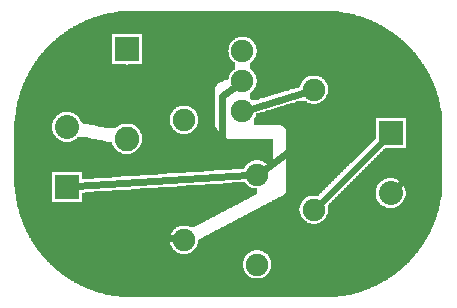
<source format=gtl>
G04 MADE WITH FRITZING*
G04 WWW.FRITZING.ORG*
G04 DOUBLE SIDED*
G04 HOLES PLATED*
G04 CONTOUR ON CENTER OF CONTOUR VECTOR*
%ASAXBY*%
%FSLAX23Y23*%
%MOIN*%
%OFA0B0*%
%SFA1.0B1.0*%
%ADD10C,0.075000*%
%ADD11C,0.082000*%
%ADD12C,0.080000*%
%ADD13R,0.082000X0.082000*%
%ADD14R,0.079986X0.080000*%
%ADD15C,0.024000*%
%LNCOPPER1*%
G90*
G70*
G54D10*
X884Y922D03*
X605Y232D03*
X605Y632D03*
G54D11*
X414Y868D03*
X414Y570D03*
G54D10*
X1038Y333D03*
X1038Y733D03*
X800Y862D03*
X800Y762D03*
X800Y662D03*
G54D12*
X1294Y588D03*
X1294Y388D03*
X215Y409D03*
X215Y609D03*
G54D10*
X849Y450D03*
X849Y150D03*
G54D13*
X414Y869D03*
G54D14*
X1294Y588D03*
X215Y409D03*
G54D15*
X828Y670D02*
X1011Y725D01*
D02*
X1272Y566D02*
X1058Y353D01*
D02*
X1316Y410D02*
X1356Y448D01*
X1356Y448D02*
X1356Y664D01*
X1356Y664D02*
X1140Y664D01*
X1140Y664D02*
X872Y467D01*
D02*
X246Y411D02*
X820Y448D01*
D02*
X777Y745D02*
X732Y712D01*
X732Y712D02*
X732Y496D01*
X732Y496D02*
X108Y494D01*
D02*
X108Y494D02*
X110Y316D01*
D02*
X110Y316D02*
X577Y237D01*
G36*
X408Y996D02*
X408Y994D01*
X386Y994D01*
X386Y992D01*
X372Y992D01*
X372Y990D01*
X360Y990D01*
X360Y988D01*
X350Y988D01*
X350Y986D01*
X342Y986D01*
X342Y984D01*
X334Y984D01*
X334Y982D01*
X326Y982D01*
X326Y980D01*
X320Y980D01*
X320Y978D01*
X314Y978D01*
X314Y976D01*
X308Y976D01*
X308Y974D01*
X302Y974D01*
X302Y972D01*
X296Y972D01*
X296Y970D01*
X290Y970D01*
X290Y968D01*
X286Y968D01*
X286Y966D01*
X280Y966D01*
X280Y964D01*
X276Y964D01*
X276Y962D01*
X272Y962D01*
X272Y960D01*
X268Y960D01*
X268Y958D01*
X264Y958D01*
X264Y956D01*
X260Y956D01*
X260Y954D01*
X256Y954D01*
X256Y952D01*
X252Y952D01*
X252Y950D01*
X248Y950D01*
X248Y948D01*
X244Y948D01*
X244Y946D01*
X240Y946D01*
X240Y944D01*
X236Y944D01*
X236Y942D01*
X234Y942D01*
X234Y940D01*
X230Y940D01*
X230Y938D01*
X226Y938D01*
X226Y936D01*
X224Y936D01*
X224Y934D01*
X220Y934D01*
X220Y932D01*
X218Y932D01*
X218Y930D01*
X214Y930D01*
X214Y928D01*
X212Y928D01*
X212Y926D01*
X208Y926D01*
X208Y924D01*
X206Y924D01*
X206Y922D01*
X204Y922D01*
X204Y920D01*
X466Y920D01*
X466Y910D01*
X806Y910D01*
X806Y908D01*
X814Y908D01*
X814Y906D01*
X820Y906D01*
X820Y904D01*
X824Y904D01*
X824Y902D01*
X828Y902D01*
X828Y900D01*
X830Y900D01*
X830Y898D01*
X832Y898D01*
X832Y896D01*
X834Y896D01*
X834Y894D01*
X836Y894D01*
X836Y892D01*
X838Y892D01*
X838Y890D01*
X840Y890D01*
X840Y886D01*
X842Y886D01*
X842Y882D01*
X844Y882D01*
X844Y878D01*
X846Y878D01*
X846Y870D01*
X848Y870D01*
X848Y854D01*
X846Y854D01*
X846Y846D01*
X844Y846D01*
X844Y842D01*
X842Y842D01*
X842Y838D01*
X840Y838D01*
X840Y834D01*
X838Y834D01*
X838Y832D01*
X836Y832D01*
X836Y830D01*
X834Y830D01*
X834Y828D01*
X832Y828D01*
X832Y826D01*
X830Y826D01*
X830Y824D01*
X828Y824D01*
X828Y822D01*
X824Y822D01*
X824Y802D01*
X828Y802D01*
X828Y800D01*
X830Y800D01*
X830Y798D01*
X832Y798D01*
X832Y796D01*
X834Y796D01*
X834Y794D01*
X836Y794D01*
X836Y792D01*
X838Y792D01*
X838Y790D01*
X840Y790D01*
X840Y786D01*
X842Y786D01*
X842Y782D01*
X844Y782D01*
X844Y780D01*
X1050Y780D01*
X1050Y778D01*
X1056Y778D01*
X1056Y776D01*
X1060Y776D01*
X1060Y774D01*
X1064Y774D01*
X1064Y772D01*
X1066Y772D01*
X1066Y770D01*
X1070Y770D01*
X1070Y768D01*
X1072Y768D01*
X1072Y766D01*
X1074Y766D01*
X1074Y762D01*
X1076Y762D01*
X1076Y760D01*
X1078Y760D01*
X1078Y756D01*
X1080Y756D01*
X1080Y754D01*
X1082Y754D01*
X1082Y748D01*
X1084Y748D01*
X1084Y740D01*
X1086Y740D01*
X1086Y726D01*
X1084Y726D01*
X1084Y718D01*
X1082Y718D01*
X1082Y714D01*
X1080Y714D01*
X1080Y710D01*
X1078Y710D01*
X1078Y706D01*
X1076Y706D01*
X1076Y704D01*
X1074Y704D01*
X1074Y702D01*
X1072Y702D01*
X1072Y700D01*
X1070Y700D01*
X1070Y698D01*
X1068Y698D01*
X1068Y696D01*
X1066Y696D01*
X1066Y694D01*
X1062Y694D01*
X1062Y692D01*
X1060Y692D01*
X1060Y690D01*
X1054Y690D01*
X1054Y688D01*
X1048Y688D01*
X1048Y686D01*
X1458Y686D01*
X1458Y692D01*
X1456Y692D01*
X1456Y700D01*
X1454Y700D01*
X1454Y708D01*
X1452Y708D01*
X1452Y714D01*
X1450Y714D01*
X1450Y722D01*
X1448Y722D01*
X1448Y728D01*
X1446Y728D01*
X1446Y732D01*
X1444Y732D01*
X1444Y738D01*
X1442Y738D01*
X1442Y744D01*
X1440Y744D01*
X1440Y748D01*
X1438Y748D01*
X1438Y754D01*
X1436Y754D01*
X1436Y758D01*
X1434Y758D01*
X1434Y762D01*
X1432Y762D01*
X1432Y768D01*
X1430Y768D01*
X1430Y772D01*
X1428Y772D01*
X1428Y776D01*
X1426Y776D01*
X1426Y780D01*
X1424Y780D01*
X1424Y784D01*
X1422Y784D01*
X1422Y788D01*
X1420Y788D01*
X1420Y792D01*
X1418Y792D01*
X1418Y794D01*
X1416Y794D01*
X1416Y798D01*
X1414Y798D01*
X1414Y802D01*
X1412Y802D01*
X1412Y806D01*
X1410Y806D01*
X1410Y808D01*
X1408Y808D01*
X1408Y812D01*
X1406Y812D01*
X1406Y814D01*
X1404Y814D01*
X1404Y818D01*
X1402Y818D01*
X1402Y820D01*
X1400Y820D01*
X1400Y824D01*
X1398Y824D01*
X1398Y826D01*
X1396Y826D01*
X1396Y830D01*
X1394Y830D01*
X1394Y832D01*
X1392Y832D01*
X1392Y836D01*
X1390Y836D01*
X1390Y838D01*
X1388Y838D01*
X1388Y840D01*
X1386Y840D01*
X1386Y842D01*
X1384Y842D01*
X1384Y846D01*
X1382Y846D01*
X1382Y848D01*
X1380Y848D01*
X1380Y850D01*
X1378Y850D01*
X1378Y854D01*
X1376Y854D01*
X1376Y856D01*
X1374Y856D01*
X1374Y858D01*
X1372Y858D01*
X1372Y860D01*
X1370Y860D01*
X1370Y862D01*
X1368Y862D01*
X1368Y864D01*
X1366Y864D01*
X1366Y866D01*
X1364Y866D01*
X1364Y870D01*
X1362Y870D01*
X1362Y872D01*
X1360Y872D01*
X1360Y874D01*
X1358Y874D01*
X1358Y876D01*
X1356Y876D01*
X1356Y878D01*
X1354Y878D01*
X1354Y880D01*
X1352Y880D01*
X1352Y882D01*
X1350Y882D01*
X1350Y884D01*
X1348Y884D01*
X1348Y886D01*
X1346Y886D01*
X1346Y888D01*
X1344Y888D01*
X1344Y890D01*
X1342Y890D01*
X1342Y892D01*
X1340Y892D01*
X1340Y894D01*
X1336Y894D01*
X1336Y896D01*
X1334Y896D01*
X1334Y898D01*
X1332Y898D01*
X1332Y900D01*
X1330Y900D01*
X1330Y902D01*
X1328Y902D01*
X1328Y904D01*
X1326Y904D01*
X1326Y906D01*
X1322Y906D01*
X1322Y908D01*
X1320Y908D01*
X1320Y910D01*
X1318Y910D01*
X1318Y912D01*
X1316Y912D01*
X1316Y914D01*
X1312Y914D01*
X1312Y916D01*
X1310Y916D01*
X1310Y918D01*
X1308Y918D01*
X1308Y920D01*
X1304Y920D01*
X1304Y922D01*
X1302Y922D01*
X1302Y924D01*
X1298Y924D01*
X1298Y926D01*
X1296Y926D01*
X1296Y928D01*
X1294Y928D01*
X1294Y930D01*
X1290Y930D01*
X1290Y932D01*
X1286Y932D01*
X1286Y934D01*
X1284Y934D01*
X1284Y936D01*
X1280Y936D01*
X1280Y938D01*
X1278Y938D01*
X1278Y940D01*
X1274Y940D01*
X1274Y942D01*
X1270Y942D01*
X1270Y944D01*
X1268Y944D01*
X1268Y946D01*
X1264Y946D01*
X1264Y948D01*
X1260Y948D01*
X1260Y950D01*
X1256Y950D01*
X1256Y952D01*
X1252Y952D01*
X1252Y954D01*
X1248Y954D01*
X1248Y956D01*
X1244Y956D01*
X1244Y958D01*
X1240Y958D01*
X1240Y960D01*
X1236Y960D01*
X1236Y962D01*
X1232Y962D01*
X1232Y964D01*
X1226Y964D01*
X1226Y966D01*
X1222Y966D01*
X1222Y968D01*
X1216Y968D01*
X1216Y970D01*
X1212Y970D01*
X1212Y972D01*
X1206Y972D01*
X1206Y974D01*
X1200Y974D01*
X1200Y976D01*
X1194Y976D01*
X1194Y978D01*
X1188Y978D01*
X1188Y980D01*
X1180Y980D01*
X1180Y982D01*
X1174Y982D01*
X1174Y984D01*
X1166Y984D01*
X1166Y986D01*
X1158Y986D01*
X1158Y988D01*
X1148Y988D01*
X1148Y990D01*
X1136Y990D01*
X1136Y992D01*
X1122Y992D01*
X1122Y994D01*
X1100Y994D01*
X1100Y996D01*
X408Y996D01*
G37*
D02*
G36*
X200Y920D02*
X200Y918D01*
X198Y918D01*
X198Y916D01*
X194Y916D01*
X194Y914D01*
X192Y914D01*
X192Y912D01*
X190Y912D01*
X190Y910D01*
X188Y910D01*
X188Y908D01*
X184Y908D01*
X184Y906D01*
X182Y906D01*
X182Y904D01*
X180Y904D01*
X180Y902D01*
X178Y902D01*
X178Y900D01*
X176Y900D01*
X176Y898D01*
X174Y898D01*
X174Y896D01*
X170Y896D01*
X170Y894D01*
X168Y894D01*
X168Y892D01*
X166Y892D01*
X166Y890D01*
X164Y890D01*
X164Y888D01*
X162Y888D01*
X162Y886D01*
X160Y886D01*
X160Y884D01*
X158Y884D01*
X158Y882D01*
X156Y882D01*
X156Y880D01*
X154Y880D01*
X154Y878D01*
X152Y878D01*
X152Y876D01*
X150Y876D01*
X150Y874D01*
X148Y874D01*
X148Y872D01*
X146Y872D01*
X146Y870D01*
X144Y870D01*
X144Y868D01*
X142Y868D01*
X142Y866D01*
X140Y866D01*
X140Y862D01*
X138Y862D01*
X138Y860D01*
X136Y860D01*
X136Y858D01*
X134Y858D01*
X134Y856D01*
X132Y856D01*
X132Y854D01*
X130Y854D01*
X130Y852D01*
X128Y852D01*
X128Y848D01*
X126Y848D01*
X126Y846D01*
X124Y846D01*
X124Y844D01*
X122Y844D01*
X122Y842D01*
X120Y842D01*
X120Y838D01*
X118Y838D01*
X118Y836D01*
X116Y836D01*
X116Y832D01*
X114Y832D01*
X114Y830D01*
X112Y830D01*
X112Y828D01*
X110Y828D01*
X110Y824D01*
X108Y824D01*
X108Y822D01*
X106Y822D01*
X106Y818D01*
X104Y818D01*
X104Y816D01*
X412Y816D01*
X412Y818D01*
X364Y818D01*
X364Y920D01*
X200Y920D01*
G37*
D02*
G36*
X466Y910D02*
X466Y818D01*
X418Y818D01*
X418Y816D01*
X776Y816D01*
X776Y822D01*
X774Y822D01*
X774Y824D01*
X770Y824D01*
X770Y826D01*
X768Y826D01*
X768Y828D01*
X766Y828D01*
X766Y830D01*
X764Y830D01*
X764Y832D01*
X762Y832D01*
X762Y836D01*
X760Y836D01*
X760Y838D01*
X758Y838D01*
X758Y842D01*
X756Y842D01*
X756Y848D01*
X754Y848D01*
X754Y858D01*
X752Y858D01*
X752Y866D01*
X754Y866D01*
X754Y876D01*
X756Y876D01*
X756Y882D01*
X758Y882D01*
X758Y886D01*
X760Y886D01*
X760Y888D01*
X762Y888D01*
X762Y892D01*
X764Y892D01*
X764Y894D01*
X766Y894D01*
X766Y896D01*
X768Y896D01*
X768Y898D01*
X770Y898D01*
X770Y900D01*
X774Y900D01*
X774Y902D01*
X776Y902D01*
X776Y904D01*
X780Y904D01*
X780Y906D01*
X786Y906D01*
X786Y908D01*
X794Y908D01*
X794Y910D01*
X466Y910D01*
G37*
D02*
G36*
X102Y816D02*
X102Y814D01*
X776Y814D01*
X776Y816D01*
X102Y816D01*
G37*
D02*
G36*
X102Y816D02*
X102Y814D01*
X776Y814D01*
X776Y816D01*
X102Y816D01*
G37*
D02*
G36*
X102Y814D02*
X102Y812D01*
X100Y812D01*
X100Y810D01*
X98Y810D01*
X98Y806D01*
X96Y806D01*
X96Y802D01*
X94Y802D01*
X94Y798D01*
X92Y798D01*
X92Y796D01*
X90Y796D01*
X90Y792D01*
X88Y792D01*
X88Y788D01*
X86Y788D01*
X86Y784D01*
X84Y784D01*
X84Y780D01*
X82Y780D01*
X82Y776D01*
X80Y776D01*
X80Y772D01*
X78Y772D01*
X78Y768D01*
X76Y768D01*
X76Y764D01*
X74Y764D01*
X74Y760D01*
X72Y760D01*
X72Y754D01*
X70Y754D01*
X70Y750D01*
X68Y750D01*
X68Y744D01*
X66Y744D01*
X66Y740D01*
X64Y740D01*
X64Y734D01*
X62Y734D01*
X62Y728D01*
X60Y728D01*
X60Y722D01*
X58Y722D01*
X58Y716D01*
X56Y716D01*
X56Y710D01*
X54Y710D01*
X54Y702D01*
X52Y702D01*
X52Y694D01*
X50Y694D01*
X50Y686D01*
X48Y686D01*
X48Y680D01*
X614Y680D01*
X614Y678D01*
X622Y678D01*
X622Y676D01*
X626Y676D01*
X626Y674D01*
X630Y674D01*
X630Y672D01*
X632Y672D01*
X632Y670D01*
X636Y670D01*
X636Y668D01*
X638Y668D01*
X638Y666D01*
X640Y666D01*
X640Y664D01*
X642Y664D01*
X642Y662D01*
X644Y662D01*
X644Y658D01*
X646Y658D01*
X646Y654D01*
X648Y654D01*
X648Y650D01*
X650Y650D01*
X650Y644D01*
X652Y644D01*
X652Y620D01*
X650Y620D01*
X650Y614D01*
X648Y614D01*
X648Y610D01*
X646Y610D01*
X646Y606D01*
X644Y606D01*
X644Y604D01*
X642Y604D01*
X642Y602D01*
X640Y602D01*
X640Y600D01*
X638Y600D01*
X638Y598D01*
X636Y598D01*
X636Y596D01*
X634Y596D01*
X634Y594D01*
X632Y594D01*
X632Y592D01*
X628Y592D01*
X628Y590D01*
X624Y590D01*
X624Y588D01*
X618Y588D01*
X618Y586D01*
X730Y586D01*
X730Y588D01*
X728Y588D01*
X728Y590D01*
X726Y590D01*
X726Y592D01*
X724Y592D01*
X724Y594D01*
X722Y594D01*
X722Y596D01*
X720Y596D01*
X720Y598D01*
X718Y598D01*
X718Y600D01*
X716Y600D01*
X716Y602D01*
X714Y602D01*
X714Y606D01*
X712Y606D01*
X712Y610D01*
X710Y610D01*
X710Y742D01*
X712Y742D01*
X712Y746D01*
X714Y746D01*
X714Y750D01*
X716Y750D01*
X716Y752D01*
X718Y752D01*
X718Y754D01*
X722Y754D01*
X722Y756D01*
X726Y756D01*
X726Y758D01*
X730Y758D01*
X730Y760D01*
X736Y760D01*
X736Y762D01*
X740Y762D01*
X740Y764D01*
X746Y764D01*
X746Y766D01*
X752Y766D01*
X752Y768D01*
X754Y768D01*
X754Y776D01*
X756Y776D01*
X756Y782D01*
X758Y782D01*
X758Y786D01*
X760Y786D01*
X760Y788D01*
X762Y788D01*
X762Y792D01*
X764Y792D01*
X764Y794D01*
X766Y794D01*
X766Y796D01*
X768Y796D01*
X768Y798D01*
X770Y798D01*
X770Y800D01*
X774Y800D01*
X774Y802D01*
X776Y802D01*
X776Y814D01*
X102Y814D01*
G37*
D02*
G36*
X844Y780D02*
X844Y778D01*
X846Y778D01*
X846Y770D01*
X848Y770D01*
X848Y754D01*
X846Y754D01*
X846Y746D01*
X844Y746D01*
X844Y742D01*
X842Y742D01*
X842Y738D01*
X840Y738D01*
X840Y734D01*
X838Y734D01*
X838Y732D01*
X836Y732D01*
X836Y730D01*
X834Y730D01*
X834Y728D01*
X832Y728D01*
X832Y726D01*
X830Y726D01*
X830Y724D01*
X828Y724D01*
X828Y722D01*
X824Y722D01*
X824Y702D01*
X828Y702D01*
X828Y700D01*
X854Y700D01*
X854Y702D01*
X860Y702D01*
X860Y704D01*
X866Y704D01*
X866Y706D01*
X874Y706D01*
X874Y708D01*
X880Y708D01*
X880Y710D01*
X886Y710D01*
X886Y712D01*
X894Y712D01*
X894Y714D01*
X900Y714D01*
X900Y716D01*
X906Y716D01*
X906Y718D01*
X914Y718D01*
X914Y720D01*
X920Y720D01*
X920Y722D01*
X928Y722D01*
X928Y724D01*
X934Y724D01*
X934Y726D01*
X940Y726D01*
X940Y728D01*
X948Y728D01*
X948Y730D01*
X954Y730D01*
X954Y732D01*
X960Y732D01*
X960Y734D01*
X968Y734D01*
X968Y736D01*
X974Y736D01*
X974Y738D01*
X980Y738D01*
X980Y740D01*
X988Y740D01*
X988Y742D01*
X992Y742D01*
X992Y748D01*
X994Y748D01*
X994Y752D01*
X996Y752D01*
X996Y756D01*
X998Y756D01*
X998Y760D01*
X1000Y760D01*
X1000Y762D01*
X1002Y762D01*
X1002Y764D01*
X1004Y764D01*
X1004Y768D01*
X1008Y768D01*
X1008Y770D01*
X1010Y770D01*
X1010Y772D01*
X1012Y772D01*
X1012Y774D01*
X1016Y774D01*
X1016Y776D01*
X1020Y776D01*
X1020Y778D01*
X1026Y778D01*
X1026Y780D01*
X844Y780D01*
G37*
D02*
G36*
X986Y696D02*
X986Y694D01*
X980Y694D01*
X980Y692D01*
X974Y692D01*
X974Y690D01*
X966Y690D01*
X966Y688D01*
X960Y688D01*
X960Y686D01*
X1028Y686D01*
X1028Y688D01*
X1022Y688D01*
X1022Y690D01*
X1016Y690D01*
X1016Y692D01*
X1014Y692D01*
X1014Y694D01*
X1010Y694D01*
X1010Y696D01*
X986Y696D01*
G37*
D02*
G36*
X954Y686D02*
X954Y684D01*
X1458Y684D01*
X1458Y686D01*
X954Y686D01*
G37*
D02*
G36*
X954Y686D02*
X954Y684D01*
X1458Y684D01*
X1458Y686D01*
X954Y686D01*
G37*
D02*
G36*
X946Y684D02*
X946Y682D01*
X940Y682D01*
X940Y680D01*
X934Y680D01*
X934Y678D01*
X926Y678D01*
X926Y676D01*
X920Y676D01*
X920Y674D01*
X914Y674D01*
X914Y672D01*
X906Y672D01*
X906Y670D01*
X900Y670D01*
X900Y668D01*
X894Y668D01*
X894Y666D01*
X886Y666D01*
X886Y664D01*
X880Y664D01*
X880Y662D01*
X874Y662D01*
X874Y660D01*
X866Y660D01*
X866Y658D01*
X860Y658D01*
X860Y656D01*
X854Y656D01*
X854Y654D01*
X846Y654D01*
X846Y646D01*
X844Y646D01*
X844Y642D01*
X842Y642D01*
X842Y638D01*
X1344Y638D01*
X1344Y538D01*
X1274Y538D01*
X1274Y536D01*
X1272Y536D01*
X1272Y534D01*
X1270Y534D01*
X1270Y532D01*
X1268Y532D01*
X1268Y530D01*
X1266Y530D01*
X1266Y528D01*
X1264Y528D01*
X1264Y526D01*
X1262Y526D01*
X1262Y524D01*
X1260Y524D01*
X1260Y522D01*
X1258Y522D01*
X1258Y520D01*
X1256Y520D01*
X1256Y518D01*
X1254Y518D01*
X1254Y516D01*
X1252Y516D01*
X1252Y514D01*
X1250Y514D01*
X1250Y512D01*
X1248Y512D01*
X1248Y510D01*
X1246Y510D01*
X1246Y508D01*
X1244Y508D01*
X1244Y506D01*
X1242Y506D01*
X1242Y504D01*
X1240Y504D01*
X1240Y502D01*
X1238Y502D01*
X1238Y500D01*
X1236Y500D01*
X1236Y498D01*
X1234Y498D01*
X1234Y496D01*
X1232Y496D01*
X1232Y494D01*
X1230Y494D01*
X1230Y492D01*
X1228Y492D01*
X1228Y490D01*
X1226Y490D01*
X1226Y488D01*
X1224Y488D01*
X1224Y486D01*
X1222Y486D01*
X1222Y484D01*
X1220Y484D01*
X1220Y482D01*
X1218Y482D01*
X1218Y480D01*
X1216Y480D01*
X1216Y478D01*
X1214Y478D01*
X1214Y476D01*
X1212Y476D01*
X1212Y474D01*
X1210Y474D01*
X1210Y472D01*
X1208Y472D01*
X1208Y470D01*
X1206Y470D01*
X1206Y468D01*
X1204Y468D01*
X1204Y466D01*
X1202Y466D01*
X1202Y464D01*
X1200Y464D01*
X1200Y462D01*
X1198Y462D01*
X1198Y460D01*
X1196Y460D01*
X1196Y458D01*
X1194Y458D01*
X1194Y456D01*
X1192Y456D01*
X1192Y454D01*
X1190Y454D01*
X1190Y452D01*
X1188Y452D01*
X1188Y450D01*
X1186Y450D01*
X1186Y448D01*
X1184Y448D01*
X1184Y446D01*
X1182Y446D01*
X1182Y444D01*
X1180Y444D01*
X1180Y442D01*
X1178Y442D01*
X1178Y440D01*
X1176Y440D01*
X1176Y438D01*
X1306Y438D01*
X1306Y436D01*
X1312Y436D01*
X1312Y434D01*
X1316Y434D01*
X1316Y432D01*
X1320Y432D01*
X1320Y430D01*
X1322Y430D01*
X1322Y428D01*
X1326Y428D01*
X1326Y426D01*
X1328Y426D01*
X1328Y424D01*
X1330Y424D01*
X1330Y422D01*
X1332Y422D01*
X1332Y418D01*
X1334Y418D01*
X1334Y416D01*
X1336Y416D01*
X1336Y412D01*
X1338Y412D01*
X1338Y410D01*
X1340Y410D01*
X1340Y404D01*
X1342Y404D01*
X1342Y396D01*
X1344Y396D01*
X1344Y380D01*
X1342Y380D01*
X1342Y372D01*
X1340Y372D01*
X1340Y368D01*
X1338Y368D01*
X1338Y364D01*
X1336Y364D01*
X1336Y360D01*
X1334Y360D01*
X1334Y358D01*
X1332Y358D01*
X1332Y356D01*
X1330Y356D01*
X1330Y354D01*
X1328Y354D01*
X1328Y352D01*
X1326Y352D01*
X1326Y350D01*
X1324Y350D01*
X1324Y348D01*
X1322Y348D01*
X1322Y346D01*
X1318Y346D01*
X1318Y344D01*
X1314Y344D01*
X1314Y342D01*
X1310Y342D01*
X1310Y340D01*
X1300Y340D01*
X1300Y338D01*
X1456Y338D01*
X1456Y344D01*
X1458Y344D01*
X1458Y354D01*
X1460Y354D01*
X1460Y364D01*
X1462Y364D01*
X1462Y374D01*
X1464Y374D01*
X1464Y390D01*
X1466Y390D01*
X1466Y646D01*
X1464Y646D01*
X1464Y662D01*
X1462Y662D01*
X1462Y672D01*
X1460Y672D01*
X1460Y684D01*
X946Y684D01*
G37*
D02*
G36*
X48Y680D02*
X48Y676D01*
X46Y676D01*
X46Y664D01*
X44Y664D01*
X44Y660D01*
X218Y660D01*
X218Y658D01*
X230Y658D01*
X230Y656D01*
X236Y656D01*
X236Y654D01*
X238Y654D01*
X238Y652D01*
X242Y652D01*
X242Y650D01*
X246Y650D01*
X246Y648D01*
X248Y648D01*
X248Y646D01*
X250Y646D01*
X250Y644D01*
X252Y644D01*
X252Y642D01*
X254Y642D01*
X254Y640D01*
X256Y640D01*
X256Y636D01*
X258Y636D01*
X258Y632D01*
X260Y632D01*
X260Y630D01*
X262Y630D01*
X262Y624D01*
X264Y624D01*
X264Y622D01*
X268Y622D01*
X268Y620D01*
X428Y620D01*
X428Y618D01*
X434Y618D01*
X434Y616D01*
X438Y616D01*
X438Y614D01*
X442Y614D01*
X442Y612D01*
X444Y612D01*
X444Y610D01*
X446Y610D01*
X446Y608D01*
X450Y608D01*
X450Y606D01*
X452Y606D01*
X452Y602D01*
X454Y602D01*
X454Y600D01*
X456Y600D01*
X456Y598D01*
X458Y598D01*
X458Y594D01*
X460Y594D01*
X460Y590D01*
X462Y590D01*
X462Y586D01*
X592Y586D01*
X592Y588D01*
X586Y588D01*
X586Y590D01*
X582Y590D01*
X582Y592D01*
X580Y592D01*
X580Y594D01*
X576Y594D01*
X576Y596D01*
X574Y596D01*
X574Y598D01*
X572Y598D01*
X572Y600D01*
X570Y600D01*
X570Y602D01*
X568Y602D01*
X568Y604D01*
X566Y604D01*
X566Y608D01*
X564Y608D01*
X564Y612D01*
X562Y612D01*
X562Y616D01*
X560Y616D01*
X560Y622D01*
X558Y622D01*
X558Y642D01*
X560Y642D01*
X560Y650D01*
X562Y650D01*
X562Y654D01*
X564Y654D01*
X564Y658D01*
X566Y658D01*
X566Y660D01*
X568Y660D01*
X568Y662D01*
X570Y662D01*
X570Y666D01*
X572Y666D01*
X572Y668D01*
X576Y668D01*
X576Y670D01*
X578Y670D01*
X578Y672D01*
X580Y672D01*
X580Y674D01*
X584Y674D01*
X584Y676D01*
X588Y676D01*
X588Y678D01*
X596Y678D01*
X596Y680D01*
X48Y680D01*
G37*
D02*
G36*
X44Y660D02*
X44Y650D01*
X42Y650D01*
X42Y628D01*
X40Y628D01*
X40Y560D01*
X202Y560D01*
X202Y562D01*
X196Y562D01*
X196Y564D01*
X192Y564D01*
X192Y566D01*
X188Y566D01*
X188Y568D01*
X186Y568D01*
X186Y570D01*
X184Y570D01*
X184Y572D01*
X180Y572D01*
X180Y574D01*
X178Y574D01*
X178Y578D01*
X176Y578D01*
X176Y580D01*
X174Y580D01*
X174Y582D01*
X172Y582D01*
X172Y586D01*
X170Y586D01*
X170Y590D01*
X168Y590D01*
X168Y596D01*
X166Y596D01*
X166Y622D01*
X168Y622D01*
X168Y628D01*
X170Y628D01*
X170Y632D01*
X172Y632D01*
X172Y636D01*
X174Y636D01*
X174Y638D01*
X176Y638D01*
X176Y640D01*
X178Y640D01*
X178Y644D01*
X180Y644D01*
X180Y646D01*
X182Y646D01*
X182Y648D01*
X186Y648D01*
X186Y650D01*
X188Y650D01*
X188Y652D01*
X192Y652D01*
X192Y654D01*
X196Y654D01*
X196Y656D01*
X200Y656D01*
X200Y658D01*
X212Y658D01*
X212Y660D01*
X44Y660D01*
G37*
D02*
G36*
X840Y638D02*
X840Y634D01*
X838Y634D01*
X838Y614D01*
X930Y614D01*
X930Y612D01*
X934Y612D01*
X934Y610D01*
X938Y610D01*
X938Y608D01*
X940Y608D01*
X940Y606D01*
X942Y606D01*
X942Y602D01*
X944Y602D01*
X944Y598D01*
X946Y598D01*
X946Y394D01*
X944Y394D01*
X944Y390D01*
X942Y390D01*
X942Y386D01*
X940Y386D01*
X940Y384D01*
X938Y384D01*
X938Y382D01*
X934Y382D01*
X934Y380D01*
X932Y380D01*
X932Y378D01*
X928Y378D01*
X928Y376D01*
X924Y376D01*
X924Y374D01*
X920Y374D01*
X920Y372D01*
X916Y372D01*
X916Y370D01*
X912Y370D01*
X912Y368D01*
X908Y368D01*
X908Y366D01*
X904Y366D01*
X904Y364D01*
X900Y364D01*
X900Y362D01*
X898Y362D01*
X898Y360D01*
X894Y360D01*
X894Y358D01*
X890Y358D01*
X890Y356D01*
X886Y356D01*
X886Y354D01*
X882Y354D01*
X882Y352D01*
X878Y352D01*
X878Y350D01*
X874Y350D01*
X874Y348D01*
X870Y348D01*
X870Y346D01*
X866Y346D01*
X866Y344D01*
X862Y344D01*
X862Y342D01*
X858Y342D01*
X858Y340D01*
X856Y340D01*
X856Y338D01*
X852Y338D01*
X852Y336D01*
X848Y336D01*
X848Y334D01*
X844Y334D01*
X844Y332D01*
X840Y332D01*
X840Y330D01*
X836Y330D01*
X836Y328D01*
X832Y328D01*
X832Y326D01*
X828Y326D01*
X828Y324D01*
X824Y324D01*
X824Y322D01*
X820Y322D01*
X820Y320D01*
X818Y320D01*
X818Y318D01*
X814Y318D01*
X814Y316D01*
X810Y316D01*
X810Y314D01*
X806Y314D01*
X806Y312D01*
X802Y312D01*
X802Y310D01*
X798Y310D01*
X798Y308D01*
X794Y308D01*
X794Y306D01*
X790Y306D01*
X790Y304D01*
X786Y304D01*
X786Y302D01*
X782Y302D01*
X782Y300D01*
X780Y300D01*
X780Y298D01*
X776Y298D01*
X776Y296D01*
X772Y296D01*
X772Y294D01*
X768Y294D01*
X768Y292D01*
X764Y292D01*
X764Y290D01*
X760Y290D01*
X760Y288D01*
X756Y288D01*
X756Y286D01*
X1028Y286D01*
X1028Y288D01*
X1022Y288D01*
X1022Y290D01*
X1016Y290D01*
X1016Y292D01*
X1014Y292D01*
X1014Y294D01*
X1010Y294D01*
X1010Y296D01*
X1008Y296D01*
X1008Y298D01*
X1006Y298D01*
X1006Y300D01*
X1004Y300D01*
X1004Y302D01*
X1002Y302D01*
X1002Y304D01*
X1000Y304D01*
X1000Y306D01*
X998Y306D01*
X998Y310D01*
X996Y310D01*
X996Y314D01*
X994Y314D01*
X994Y320D01*
X992Y320D01*
X992Y328D01*
X990Y328D01*
X990Y338D01*
X992Y338D01*
X992Y348D01*
X994Y348D01*
X994Y352D01*
X996Y352D01*
X996Y356D01*
X998Y356D01*
X998Y360D01*
X1000Y360D01*
X1000Y362D01*
X1002Y362D01*
X1002Y364D01*
X1004Y364D01*
X1004Y368D01*
X1008Y368D01*
X1008Y370D01*
X1010Y370D01*
X1010Y372D01*
X1012Y372D01*
X1012Y374D01*
X1016Y374D01*
X1016Y376D01*
X1020Y376D01*
X1020Y378D01*
X1026Y378D01*
X1026Y380D01*
X1054Y380D01*
X1054Y382D01*
X1056Y382D01*
X1056Y384D01*
X1058Y384D01*
X1058Y386D01*
X1060Y386D01*
X1060Y388D01*
X1062Y388D01*
X1062Y390D01*
X1064Y390D01*
X1064Y392D01*
X1066Y392D01*
X1066Y394D01*
X1068Y394D01*
X1068Y396D01*
X1070Y396D01*
X1070Y398D01*
X1072Y398D01*
X1072Y400D01*
X1074Y400D01*
X1074Y402D01*
X1076Y402D01*
X1076Y404D01*
X1078Y404D01*
X1078Y406D01*
X1080Y406D01*
X1080Y408D01*
X1082Y408D01*
X1082Y410D01*
X1084Y410D01*
X1084Y412D01*
X1086Y412D01*
X1086Y414D01*
X1088Y414D01*
X1088Y416D01*
X1090Y416D01*
X1090Y418D01*
X1092Y418D01*
X1092Y420D01*
X1094Y420D01*
X1094Y422D01*
X1096Y422D01*
X1096Y424D01*
X1098Y424D01*
X1098Y426D01*
X1100Y426D01*
X1100Y428D01*
X1102Y428D01*
X1102Y430D01*
X1104Y430D01*
X1104Y432D01*
X1106Y432D01*
X1106Y434D01*
X1108Y434D01*
X1108Y436D01*
X1110Y436D01*
X1110Y438D01*
X1112Y438D01*
X1112Y440D01*
X1114Y440D01*
X1114Y442D01*
X1116Y442D01*
X1116Y444D01*
X1118Y444D01*
X1118Y446D01*
X1120Y446D01*
X1120Y448D01*
X1122Y448D01*
X1122Y450D01*
X1124Y450D01*
X1124Y452D01*
X1126Y452D01*
X1126Y454D01*
X1128Y454D01*
X1128Y456D01*
X1130Y456D01*
X1130Y458D01*
X1132Y458D01*
X1132Y460D01*
X1134Y460D01*
X1134Y462D01*
X1136Y462D01*
X1136Y464D01*
X1138Y464D01*
X1138Y466D01*
X1140Y466D01*
X1140Y468D01*
X1142Y468D01*
X1142Y470D01*
X1144Y470D01*
X1144Y472D01*
X1146Y472D01*
X1146Y474D01*
X1148Y474D01*
X1148Y476D01*
X1150Y476D01*
X1150Y478D01*
X1152Y478D01*
X1152Y480D01*
X1154Y480D01*
X1154Y482D01*
X1156Y482D01*
X1156Y484D01*
X1158Y484D01*
X1158Y486D01*
X1160Y486D01*
X1160Y488D01*
X1162Y488D01*
X1162Y490D01*
X1164Y490D01*
X1164Y492D01*
X1168Y492D01*
X1168Y494D01*
X1170Y494D01*
X1170Y496D01*
X1172Y496D01*
X1172Y498D01*
X1174Y498D01*
X1174Y500D01*
X1176Y500D01*
X1176Y502D01*
X1178Y502D01*
X1178Y504D01*
X1180Y504D01*
X1180Y506D01*
X1182Y506D01*
X1182Y508D01*
X1184Y508D01*
X1184Y510D01*
X1186Y510D01*
X1186Y512D01*
X1188Y512D01*
X1188Y514D01*
X1190Y514D01*
X1190Y516D01*
X1192Y516D01*
X1192Y518D01*
X1194Y518D01*
X1194Y520D01*
X1196Y520D01*
X1196Y522D01*
X1198Y522D01*
X1198Y524D01*
X1200Y524D01*
X1200Y526D01*
X1202Y526D01*
X1202Y528D01*
X1204Y528D01*
X1204Y530D01*
X1206Y530D01*
X1206Y532D01*
X1208Y532D01*
X1208Y534D01*
X1210Y534D01*
X1210Y536D01*
X1212Y536D01*
X1212Y538D01*
X1214Y538D01*
X1214Y540D01*
X1216Y540D01*
X1216Y542D01*
X1218Y542D01*
X1218Y544D01*
X1220Y544D01*
X1220Y546D01*
X1222Y546D01*
X1222Y548D01*
X1224Y548D01*
X1224Y550D01*
X1226Y550D01*
X1226Y552D01*
X1228Y552D01*
X1228Y554D01*
X1230Y554D01*
X1230Y556D01*
X1232Y556D01*
X1232Y558D01*
X1234Y558D01*
X1234Y560D01*
X1236Y560D01*
X1236Y562D01*
X1238Y562D01*
X1238Y564D01*
X1240Y564D01*
X1240Y566D01*
X1242Y566D01*
X1242Y568D01*
X1244Y568D01*
X1244Y638D01*
X840Y638D01*
G37*
D02*
G36*
X280Y620D02*
X280Y618D01*
X290Y618D01*
X290Y616D01*
X300Y616D01*
X300Y614D01*
X310Y614D01*
X310Y612D01*
X320Y612D01*
X320Y610D01*
X330Y610D01*
X330Y608D01*
X340Y608D01*
X340Y606D01*
X350Y606D01*
X350Y604D01*
X378Y604D01*
X378Y606D01*
X380Y606D01*
X380Y608D01*
X382Y608D01*
X382Y610D01*
X384Y610D01*
X384Y612D01*
X388Y612D01*
X388Y614D01*
X392Y614D01*
X392Y616D01*
X394Y616D01*
X394Y618D01*
X402Y618D01*
X402Y620D01*
X280Y620D01*
G37*
D02*
G36*
X462Y586D02*
X462Y584D01*
X732Y584D01*
X732Y586D01*
X462Y586D01*
G37*
D02*
G36*
X462Y586D02*
X462Y584D01*
X732Y584D01*
X732Y586D01*
X462Y586D01*
G37*
D02*
G36*
X464Y584D02*
X464Y574D01*
X466Y574D01*
X466Y566D01*
X464Y566D01*
X464Y554D01*
X462Y554D01*
X462Y550D01*
X460Y550D01*
X460Y546D01*
X458Y546D01*
X458Y542D01*
X456Y542D01*
X456Y540D01*
X454Y540D01*
X454Y538D01*
X452Y538D01*
X452Y534D01*
X450Y534D01*
X450Y532D01*
X446Y532D01*
X446Y530D01*
X444Y530D01*
X444Y528D01*
X442Y528D01*
X442Y526D01*
X438Y526D01*
X438Y524D01*
X434Y524D01*
X434Y522D01*
X428Y522D01*
X428Y520D01*
X418Y520D01*
X418Y518D01*
X902Y518D01*
X902Y570D01*
X750Y570D01*
X750Y572D01*
X746Y572D01*
X746Y574D01*
X742Y574D01*
X742Y576D01*
X740Y576D01*
X740Y578D01*
X738Y578D01*
X738Y580D01*
X736Y580D01*
X736Y582D01*
X734Y582D01*
X734Y584D01*
X464Y584D01*
G37*
D02*
G36*
X252Y576D02*
X252Y574D01*
X250Y574D01*
X250Y572D01*
X248Y572D01*
X248Y570D01*
X244Y570D01*
X244Y568D01*
X242Y568D01*
X242Y566D01*
X238Y566D01*
X238Y564D01*
X234Y564D01*
X234Y562D01*
X228Y562D01*
X228Y560D01*
X346Y560D01*
X346Y562D01*
X336Y562D01*
X336Y564D01*
X326Y564D01*
X326Y566D01*
X316Y566D01*
X316Y568D01*
X306Y568D01*
X306Y570D01*
X294Y570D01*
X294Y572D01*
X284Y572D01*
X284Y574D01*
X274Y574D01*
X274Y576D01*
X252Y576D01*
G37*
D02*
G36*
X40Y560D02*
X40Y558D01*
X356Y558D01*
X356Y560D01*
X40Y560D01*
G37*
D02*
G36*
X40Y560D02*
X40Y558D01*
X356Y558D01*
X356Y560D01*
X40Y560D01*
G37*
D02*
G36*
X40Y558D02*
X40Y518D01*
X412Y518D01*
X412Y520D01*
X400Y520D01*
X400Y522D01*
X394Y522D01*
X394Y524D01*
X390Y524D01*
X390Y526D01*
X386Y526D01*
X386Y528D01*
X384Y528D01*
X384Y530D01*
X382Y530D01*
X382Y532D01*
X380Y532D01*
X380Y534D01*
X378Y534D01*
X378Y536D01*
X376Y536D01*
X376Y538D01*
X374Y538D01*
X374Y540D01*
X372Y540D01*
X372Y544D01*
X370Y544D01*
X370Y546D01*
X368Y546D01*
X368Y550D01*
X366Y550D01*
X366Y558D01*
X40Y558D01*
G37*
D02*
G36*
X40Y518D02*
X40Y516D01*
X902Y516D01*
X902Y518D01*
X40Y518D01*
G37*
D02*
G36*
X40Y518D02*
X40Y516D01*
X902Y516D01*
X902Y518D01*
X40Y518D01*
G37*
D02*
G36*
X40Y516D02*
X40Y498D01*
X858Y498D01*
X858Y496D01*
X864Y496D01*
X864Y494D01*
X870Y494D01*
X870Y492D01*
X872Y492D01*
X872Y490D01*
X876Y490D01*
X876Y488D01*
X878Y488D01*
X878Y486D01*
X880Y486D01*
X880Y484D01*
X902Y484D01*
X902Y516D01*
X40Y516D01*
G37*
D02*
G36*
X40Y498D02*
X40Y460D01*
X264Y460D01*
X264Y458D01*
X266Y458D01*
X266Y436D01*
X304Y436D01*
X304Y438D01*
X334Y438D01*
X334Y440D01*
X366Y440D01*
X366Y442D01*
X396Y442D01*
X396Y444D01*
X426Y444D01*
X426Y446D01*
X458Y446D01*
X458Y448D01*
X488Y448D01*
X488Y450D01*
X518Y450D01*
X518Y452D01*
X550Y452D01*
X550Y454D01*
X580Y454D01*
X580Y456D01*
X612Y456D01*
X612Y458D01*
X642Y458D01*
X642Y460D01*
X672Y460D01*
X672Y462D01*
X704Y462D01*
X704Y464D01*
X734Y464D01*
X734Y466D01*
X764Y466D01*
X764Y468D01*
X796Y468D01*
X796Y470D01*
X806Y470D01*
X806Y472D01*
X808Y472D01*
X808Y476D01*
X810Y476D01*
X810Y480D01*
X812Y480D01*
X812Y482D01*
X814Y482D01*
X814Y484D01*
X816Y484D01*
X816Y486D01*
X818Y486D01*
X818Y488D01*
X822Y488D01*
X822Y490D01*
X824Y490D01*
X824Y492D01*
X828Y492D01*
X828Y494D01*
X832Y494D01*
X832Y496D01*
X840Y496D01*
X840Y498D01*
X40Y498D01*
G37*
D02*
G36*
X40Y460D02*
X40Y408D01*
X42Y408D01*
X42Y386D01*
X44Y386D01*
X44Y372D01*
X46Y372D01*
X46Y362D01*
X48Y362D01*
X48Y360D01*
X166Y360D01*
X166Y460D01*
X40Y460D01*
G37*
D02*
G36*
X1174Y438D02*
X1174Y436D01*
X1172Y436D01*
X1172Y434D01*
X1170Y434D01*
X1170Y432D01*
X1168Y432D01*
X1168Y430D01*
X1166Y430D01*
X1166Y428D01*
X1164Y428D01*
X1164Y426D01*
X1162Y426D01*
X1162Y424D01*
X1160Y424D01*
X1160Y422D01*
X1158Y422D01*
X1158Y420D01*
X1156Y420D01*
X1156Y418D01*
X1154Y418D01*
X1154Y416D01*
X1152Y416D01*
X1152Y414D01*
X1150Y414D01*
X1150Y412D01*
X1148Y412D01*
X1148Y410D01*
X1146Y410D01*
X1146Y408D01*
X1144Y408D01*
X1144Y406D01*
X1142Y406D01*
X1142Y404D01*
X1140Y404D01*
X1140Y402D01*
X1138Y402D01*
X1138Y400D01*
X1136Y400D01*
X1136Y398D01*
X1134Y398D01*
X1134Y396D01*
X1132Y396D01*
X1132Y394D01*
X1130Y394D01*
X1130Y392D01*
X1128Y392D01*
X1128Y390D01*
X1126Y390D01*
X1126Y388D01*
X1124Y388D01*
X1124Y386D01*
X1122Y386D01*
X1122Y384D01*
X1120Y384D01*
X1120Y382D01*
X1118Y382D01*
X1118Y380D01*
X1116Y380D01*
X1116Y378D01*
X1114Y378D01*
X1114Y376D01*
X1112Y376D01*
X1112Y374D01*
X1110Y374D01*
X1110Y372D01*
X1108Y372D01*
X1108Y370D01*
X1106Y370D01*
X1106Y368D01*
X1104Y368D01*
X1104Y366D01*
X1102Y366D01*
X1102Y364D01*
X1100Y364D01*
X1100Y362D01*
X1098Y362D01*
X1098Y360D01*
X1096Y360D01*
X1096Y358D01*
X1094Y358D01*
X1094Y356D01*
X1092Y356D01*
X1092Y354D01*
X1090Y354D01*
X1090Y352D01*
X1088Y352D01*
X1088Y350D01*
X1086Y350D01*
X1086Y338D01*
X1288Y338D01*
X1288Y340D01*
X1278Y340D01*
X1278Y342D01*
X1274Y342D01*
X1274Y344D01*
X1270Y344D01*
X1270Y346D01*
X1266Y346D01*
X1266Y348D01*
X1264Y348D01*
X1264Y350D01*
X1260Y350D01*
X1260Y352D01*
X1258Y352D01*
X1258Y354D01*
X1256Y354D01*
X1256Y358D01*
X1254Y358D01*
X1254Y360D01*
X1252Y360D01*
X1252Y362D01*
X1250Y362D01*
X1250Y366D01*
X1248Y366D01*
X1248Y370D01*
X1246Y370D01*
X1246Y378D01*
X1244Y378D01*
X1244Y400D01*
X1246Y400D01*
X1246Y406D01*
X1248Y406D01*
X1248Y410D01*
X1250Y410D01*
X1250Y414D01*
X1252Y414D01*
X1252Y418D01*
X1254Y418D01*
X1254Y420D01*
X1256Y420D01*
X1256Y422D01*
X1258Y422D01*
X1258Y424D01*
X1260Y424D01*
X1260Y426D01*
X1262Y426D01*
X1262Y428D01*
X1264Y428D01*
X1264Y430D01*
X1268Y430D01*
X1268Y432D01*
X1272Y432D01*
X1272Y434D01*
X1276Y434D01*
X1276Y436D01*
X1282Y436D01*
X1282Y438D01*
X1174Y438D01*
G37*
D02*
G36*
X766Y424D02*
X766Y422D01*
X736Y422D01*
X736Y420D01*
X704Y420D01*
X704Y418D01*
X674Y418D01*
X674Y416D01*
X644Y416D01*
X644Y414D01*
X612Y414D01*
X612Y412D01*
X582Y412D01*
X582Y410D01*
X552Y410D01*
X552Y408D01*
X520Y408D01*
X520Y406D01*
X490Y406D01*
X490Y404D01*
X460Y404D01*
X460Y402D01*
X428Y402D01*
X428Y400D01*
X398Y400D01*
X398Y398D01*
X366Y398D01*
X366Y396D01*
X336Y396D01*
X336Y394D01*
X306Y394D01*
X306Y392D01*
X274Y392D01*
X274Y390D01*
X266Y390D01*
X266Y360D01*
X802Y360D01*
X802Y362D01*
X806Y362D01*
X806Y364D01*
X810Y364D01*
X810Y366D01*
X814Y366D01*
X814Y368D01*
X818Y368D01*
X818Y370D01*
X822Y370D01*
X822Y372D01*
X826Y372D01*
X826Y374D01*
X830Y374D01*
X830Y376D01*
X832Y376D01*
X832Y378D01*
X836Y378D01*
X836Y380D01*
X840Y380D01*
X840Y382D01*
X844Y382D01*
X844Y384D01*
X848Y384D01*
X848Y404D01*
X836Y404D01*
X836Y406D01*
X830Y406D01*
X830Y408D01*
X826Y408D01*
X826Y410D01*
X822Y410D01*
X822Y412D01*
X820Y412D01*
X820Y414D01*
X818Y414D01*
X818Y416D01*
X814Y416D01*
X814Y420D01*
X812Y420D01*
X812Y422D01*
X810Y422D01*
X810Y424D01*
X766Y424D01*
G37*
D02*
G36*
X48Y360D02*
X48Y358D01*
X798Y358D01*
X798Y360D01*
X48Y360D01*
G37*
D02*
G36*
X48Y360D02*
X48Y358D01*
X798Y358D01*
X798Y360D01*
X48Y360D01*
G37*
D02*
G36*
X48Y358D02*
X48Y352D01*
X50Y352D01*
X50Y342D01*
X52Y342D01*
X52Y334D01*
X54Y334D01*
X54Y328D01*
X56Y328D01*
X56Y320D01*
X58Y320D01*
X58Y314D01*
X60Y314D01*
X60Y308D01*
X62Y308D01*
X62Y302D01*
X64Y302D01*
X64Y296D01*
X66Y296D01*
X66Y292D01*
X68Y292D01*
X68Y286D01*
X70Y286D01*
X70Y282D01*
X72Y282D01*
X72Y280D01*
X614Y280D01*
X614Y278D01*
X622Y278D01*
X622Y276D01*
X642Y276D01*
X642Y278D01*
X646Y278D01*
X646Y280D01*
X650Y280D01*
X650Y282D01*
X654Y282D01*
X654Y284D01*
X658Y284D01*
X658Y286D01*
X662Y286D01*
X662Y288D01*
X666Y288D01*
X666Y290D01*
X670Y290D01*
X670Y292D01*
X674Y292D01*
X674Y294D01*
X676Y294D01*
X676Y296D01*
X680Y296D01*
X680Y298D01*
X684Y298D01*
X684Y300D01*
X688Y300D01*
X688Y302D01*
X692Y302D01*
X692Y304D01*
X696Y304D01*
X696Y306D01*
X700Y306D01*
X700Y308D01*
X704Y308D01*
X704Y310D01*
X708Y310D01*
X708Y312D01*
X712Y312D01*
X712Y314D01*
X714Y314D01*
X714Y316D01*
X718Y316D01*
X718Y318D01*
X722Y318D01*
X722Y320D01*
X726Y320D01*
X726Y322D01*
X730Y322D01*
X730Y324D01*
X734Y324D01*
X734Y326D01*
X738Y326D01*
X738Y328D01*
X742Y328D01*
X742Y330D01*
X746Y330D01*
X746Y332D01*
X750Y332D01*
X750Y334D01*
X752Y334D01*
X752Y336D01*
X756Y336D01*
X756Y338D01*
X760Y338D01*
X760Y340D01*
X764Y340D01*
X764Y342D01*
X768Y342D01*
X768Y344D01*
X772Y344D01*
X772Y346D01*
X776Y346D01*
X776Y348D01*
X780Y348D01*
X780Y350D01*
X784Y350D01*
X784Y352D01*
X788Y352D01*
X788Y354D01*
X792Y354D01*
X792Y356D01*
X794Y356D01*
X794Y358D01*
X48Y358D01*
G37*
D02*
G36*
X1086Y338D02*
X1086Y336D01*
X1456Y336D01*
X1456Y338D01*
X1086Y338D01*
G37*
D02*
G36*
X1086Y338D02*
X1086Y336D01*
X1456Y336D01*
X1456Y338D01*
X1086Y338D01*
G37*
D02*
G36*
X1086Y336D02*
X1086Y326D01*
X1084Y326D01*
X1084Y318D01*
X1082Y318D01*
X1082Y314D01*
X1080Y314D01*
X1080Y310D01*
X1078Y310D01*
X1078Y306D01*
X1076Y306D01*
X1076Y304D01*
X1074Y304D01*
X1074Y302D01*
X1072Y302D01*
X1072Y300D01*
X1070Y300D01*
X1070Y298D01*
X1068Y298D01*
X1068Y296D01*
X1066Y296D01*
X1066Y294D01*
X1062Y294D01*
X1062Y292D01*
X1060Y292D01*
X1060Y290D01*
X1054Y290D01*
X1054Y288D01*
X1048Y288D01*
X1048Y286D01*
X1438Y286D01*
X1438Y288D01*
X1440Y288D01*
X1440Y292D01*
X1442Y292D01*
X1442Y298D01*
X1444Y298D01*
X1444Y304D01*
X1446Y304D01*
X1446Y310D01*
X1448Y310D01*
X1448Y316D01*
X1450Y316D01*
X1450Y322D01*
X1452Y322D01*
X1452Y328D01*
X1454Y328D01*
X1454Y336D01*
X1086Y336D01*
G37*
D02*
G36*
X752Y286D02*
X752Y284D01*
X1438Y284D01*
X1438Y286D01*
X752Y286D01*
G37*
D02*
G36*
X752Y286D02*
X752Y284D01*
X1438Y284D01*
X1438Y286D01*
X752Y286D01*
G37*
D02*
G36*
X748Y284D02*
X748Y282D01*
X744Y282D01*
X744Y280D01*
X740Y280D01*
X740Y278D01*
X738Y278D01*
X738Y276D01*
X734Y276D01*
X734Y274D01*
X730Y274D01*
X730Y272D01*
X726Y272D01*
X726Y270D01*
X722Y270D01*
X722Y268D01*
X718Y268D01*
X718Y266D01*
X714Y266D01*
X714Y264D01*
X710Y264D01*
X710Y262D01*
X706Y262D01*
X706Y260D01*
X702Y260D01*
X702Y258D01*
X700Y258D01*
X700Y256D01*
X696Y256D01*
X696Y254D01*
X692Y254D01*
X692Y252D01*
X688Y252D01*
X688Y250D01*
X684Y250D01*
X684Y248D01*
X680Y248D01*
X680Y246D01*
X676Y246D01*
X676Y244D01*
X672Y244D01*
X672Y242D01*
X668Y242D01*
X668Y240D01*
X664Y240D01*
X664Y238D01*
X662Y238D01*
X662Y236D01*
X658Y236D01*
X658Y234D01*
X654Y234D01*
X654Y232D01*
X652Y232D01*
X652Y220D01*
X650Y220D01*
X650Y214D01*
X648Y214D01*
X648Y210D01*
X646Y210D01*
X646Y206D01*
X644Y206D01*
X644Y204D01*
X642Y204D01*
X642Y202D01*
X640Y202D01*
X640Y200D01*
X638Y200D01*
X638Y198D01*
X858Y198D01*
X858Y196D01*
X864Y196D01*
X864Y194D01*
X870Y194D01*
X870Y192D01*
X872Y192D01*
X872Y190D01*
X876Y190D01*
X876Y188D01*
X878Y188D01*
X878Y186D01*
X880Y186D01*
X880Y184D01*
X884Y184D01*
X884Y180D01*
X886Y180D01*
X886Y178D01*
X888Y178D01*
X888Y176D01*
X890Y176D01*
X890Y172D01*
X892Y172D01*
X892Y166D01*
X894Y166D01*
X894Y160D01*
X896Y160D01*
X896Y140D01*
X894Y140D01*
X894Y134D01*
X892Y134D01*
X892Y130D01*
X890Y130D01*
X890Y126D01*
X888Y126D01*
X888Y122D01*
X886Y122D01*
X886Y120D01*
X884Y120D01*
X884Y118D01*
X882Y118D01*
X882Y116D01*
X880Y116D01*
X880Y114D01*
X878Y114D01*
X878Y112D01*
X874Y112D01*
X874Y110D01*
X872Y110D01*
X872Y108D01*
X868Y108D01*
X868Y106D01*
X862Y106D01*
X862Y104D01*
X850Y104D01*
X850Y102D01*
X1286Y102D01*
X1286Y104D01*
X1290Y104D01*
X1290Y106D01*
X1292Y106D01*
X1292Y108D01*
X1296Y108D01*
X1296Y110D01*
X1298Y110D01*
X1298Y112D01*
X1302Y112D01*
X1302Y114D01*
X1304Y114D01*
X1304Y116D01*
X1308Y116D01*
X1308Y118D01*
X1310Y118D01*
X1310Y120D01*
X1312Y120D01*
X1312Y122D01*
X1314Y122D01*
X1314Y124D01*
X1318Y124D01*
X1318Y126D01*
X1320Y126D01*
X1320Y128D01*
X1322Y128D01*
X1322Y130D01*
X1326Y130D01*
X1326Y132D01*
X1328Y132D01*
X1328Y134D01*
X1330Y134D01*
X1330Y136D01*
X1332Y136D01*
X1332Y138D01*
X1334Y138D01*
X1334Y140D01*
X1336Y140D01*
X1336Y142D01*
X1338Y142D01*
X1338Y144D01*
X1340Y144D01*
X1340Y146D01*
X1342Y146D01*
X1342Y148D01*
X1346Y148D01*
X1346Y150D01*
X1348Y150D01*
X1348Y152D01*
X1350Y152D01*
X1350Y154D01*
X1352Y154D01*
X1352Y156D01*
X1354Y156D01*
X1354Y158D01*
X1356Y158D01*
X1356Y160D01*
X1358Y160D01*
X1358Y162D01*
X1360Y162D01*
X1360Y166D01*
X1362Y166D01*
X1362Y168D01*
X1364Y168D01*
X1364Y170D01*
X1366Y170D01*
X1366Y172D01*
X1368Y172D01*
X1368Y174D01*
X1370Y174D01*
X1370Y176D01*
X1372Y176D01*
X1372Y178D01*
X1374Y178D01*
X1374Y180D01*
X1376Y180D01*
X1376Y184D01*
X1378Y184D01*
X1378Y186D01*
X1380Y186D01*
X1380Y188D01*
X1382Y188D01*
X1382Y190D01*
X1384Y190D01*
X1384Y194D01*
X1386Y194D01*
X1386Y196D01*
X1388Y196D01*
X1388Y198D01*
X1390Y198D01*
X1390Y202D01*
X1392Y202D01*
X1392Y204D01*
X1394Y204D01*
X1394Y206D01*
X1396Y206D01*
X1396Y210D01*
X1398Y210D01*
X1398Y212D01*
X1400Y212D01*
X1400Y216D01*
X1402Y216D01*
X1402Y218D01*
X1404Y218D01*
X1404Y222D01*
X1406Y222D01*
X1406Y224D01*
X1408Y224D01*
X1408Y228D01*
X1410Y228D01*
X1410Y232D01*
X1412Y232D01*
X1412Y234D01*
X1414Y234D01*
X1414Y238D01*
X1416Y238D01*
X1416Y242D01*
X1418Y242D01*
X1418Y246D01*
X1420Y246D01*
X1420Y248D01*
X1422Y248D01*
X1422Y252D01*
X1424Y252D01*
X1424Y256D01*
X1426Y256D01*
X1426Y260D01*
X1428Y260D01*
X1428Y264D01*
X1430Y264D01*
X1430Y268D01*
X1432Y268D01*
X1432Y274D01*
X1434Y274D01*
X1434Y278D01*
X1436Y278D01*
X1436Y282D01*
X1438Y282D01*
X1438Y284D01*
X748Y284D01*
G37*
D02*
G36*
X72Y280D02*
X72Y276D01*
X74Y276D01*
X74Y272D01*
X76Y272D01*
X76Y268D01*
X78Y268D01*
X78Y264D01*
X80Y264D01*
X80Y260D01*
X82Y260D01*
X82Y256D01*
X84Y256D01*
X84Y252D01*
X86Y252D01*
X86Y248D01*
X88Y248D01*
X88Y244D01*
X90Y244D01*
X90Y240D01*
X92Y240D01*
X92Y238D01*
X94Y238D01*
X94Y234D01*
X96Y234D01*
X96Y230D01*
X98Y230D01*
X98Y228D01*
X100Y228D01*
X100Y224D01*
X102Y224D01*
X102Y220D01*
X104Y220D01*
X104Y218D01*
X106Y218D01*
X106Y214D01*
X108Y214D01*
X108Y212D01*
X110Y212D01*
X110Y208D01*
X112Y208D01*
X112Y206D01*
X114Y206D01*
X114Y204D01*
X116Y204D01*
X116Y200D01*
X118Y200D01*
X118Y198D01*
X120Y198D01*
X120Y196D01*
X122Y196D01*
X122Y192D01*
X124Y192D01*
X124Y190D01*
X126Y190D01*
X126Y188D01*
X128Y188D01*
X128Y186D01*
X592Y186D01*
X592Y188D01*
X586Y188D01*
X586Y190D01*
X582Y190D01*
X582Y192D01*
X580Y192D01*
X580Y194D01*
X576Y194D01*
X576Y196D01*
X574Y196D01*
X574Y198D01*
X572Y198D01*
X572Y200D01*
X570Y200D01*
X570Y202D01*
X568Y202D01*
X568Y204D01*
X566Y204D01*
X566Y208D01*
X564Y208D01*
X564Y212D01*
X562Y212D01*
X562Y216D01*
X560Y216D01*
X560Y222D01*
X558Y222D01*
X558Y242D01*
X560Y242D01*
X560Y250D01*
X562Y250D01*
X562Y254D01*
X564Y254D01*
X564Y258D01*
X566Y258D01*
X566Y260D01*
X568Y260D01*
X568Y262D01*
X570Y262D01*
X570Y266D01*
X572Y266D01*
X572Y268D01*
X576Y268D01*
X576Y270D01*
X578Y270D01*
X578Y272D01*
X580Y272D01*
X580Y274D01*
X584Y274D01*
X584Y276D01*
X588Y276D01*
X588Y278D01*
X596Y278D01*
X596Y280D01*
X72Y280D01*
G37*
D02*
G36*
X636Y198D02*
X636Y196D01*
X634Y196D01*
X634Y194D01*
X632Y194D01*
X632Y192D01*
X628Y192D01*
X628Y190D01*
X624Y190D01*
X624Y188D01*
X618Y188D01*
X618Y186D01*
X818Y186D01*
X818Y188D01*
X822Y188D01*
X822Y190D01*
X824Y190D01*
X824Y192D01*
X828Y192D01*
X828Y194D01*
X832Y194D01*
X832Y196D01*
X840Y196D01*
X840Y198D01*
X636Y198D01*
G37*
D02*
G36*
X130Y186D02*
X130Y184D01*
X816Y184D01*
X816Y186D01*
X130Y186D01*
G37*
D02*
G36*
X130Y186D02*
X130Y184D01*
X816Y184D01*
X816Y186D01*
X130Y186D01*
G37*
D02*
G36*
X130Y184D02*
X130Y182D01*
X132Y182D01*
X132Y180D01*
X134Y180D01*
X134Y178D01*
X136Y178D01*
X136Y176D01*
X138Y176D01*
X138Y174D01*
X140Y174D01*
X140Y172D01*
X142Y172D01*
X142Y168D01*
X144Y168D01*
X144Y166D01*
X146Y166D01*
X146Y164D01*
X148Y164D01*
X148Y162D01*
X150Y162D01*
X150Y160D01*
X152Y160D01*
X152Y158D01*
X154Y158D01*
X154Y156D01*
X156Y156D01*
X156Y154D01*
X158Y154D01*
X158Y152D01*
X160Y152D01*
X160Y150D01*
X162Y150D01*
X162Y148D01*
X164Y148D01*
X164Y146D01*
X166Y146D01*
X166Y144D01*
X168Y144D01*
X168Y142D01*
X172Y142D01*
X172Y140D01*
X174Y140D01*
X174Y138D01*
X176Y138D01*
X176Y136D01*
X178Y136D01*
X178Y134D01*
X180Y134D01*
X180Y132D01*
X182Y132D01*
X182Y130D01*
X186Y130D01*
X186Y128D01*
X188Y128D01*
X188Y126D01*
X190Y126D01*
X190Y124D01*
X192Y124D01*
X192Y122D01*
X196Y122D01*
X196Y120D01*
X198Y120D01*
X198Y118D01*
X200Y118D01*
X200Y116D01*
X204Y116D01*
X204Y114D01*
X206Y114D01*
X206Y112D01*
X208Y112D01*
X208Y110D01*
X212Y110D01*
X212Y108D01*
X214Y108D01*
X214Y106D01*
X218Y106D01*
X218Y104D01*
X220Y104D01*
X220Y102D01*
X848Y102D01*
X848Y104D01*
X836Y104D01*
X836Y106D01*
X830Y106D01*
X830Y108D01*
X826Y108D01*
X826Y110D01*
X822Y110D01*
X822Y112D01*
X820Y112D01*
X820Y114D01*
X818Y114D01*
X818Y116D01*
X814Y116D01*
X814Y120D01*
X812Y120D01*
X812Y122D01*
X810Y122D01*
X810Y124D01*
X808Y124D01*
X808Y128D01*
X806Y128D01*
X806Y132D01*
X804Y132D01*
X804Y138D01*
X802Y138D01*
X802Y162D01*
X804Y162D01*
X804Y170D01*
X806Y170D01*
X806Y172D01*
X808Y172D01*
X808Y176D01*
X810Y176D01*
X810Y180D01*
X812Y180D01*
X812Y182D01*
X814Y182D01*
X814Y184D01*
X130Y184D01*
G37*
D02*
G36*
X224Y102D02*
X224Y100D01*
X1284Y100D01*
X1284Y102D01*
X224Y102D01*
G37*
D02*
G36*
X224Y102D02*
X224Y100D01*
X1284Y100D01*
X1284Y102D01*
X224Y102D01*
G37*
D02*
G36*
X228Y100D02*
X228Y98D01*
X230Y98D01*
X230Y96D01*
X234Y96D01*
X234Y94D01*
X238Y94D01*
X238Y92D01*
X240Y92D01*
X240Y90D01*
X244Y90D01*
X244Y88D01*
X248Y88D01*
X248Y86D01*
X252Y86D01*
X252Y84D01*
X256Y84D01*
X256Y82D01*
X260Y82D01*
X260Y80D01*
X264Y80D01*
X264Y78D01*
X268Y78D01*
X268Y76D01*
X272Y76D01*
X272Y74D01*
X276Y74D01*
X276Y72D01*
X282Y72D01*
X282Y70D01*
X286Y70D01*
X286Y68D01*
X292Y68D01*
X292Y66D01*
X296Y66D01*
X296Y64D01*
X302Y64D01*
X302Y62D01*
X308Y62D01*
X308Y60D01*
X314Y60D01*
X314Y58D01*
X320Y58D01*
X320Y56D01*
X328Y56D01*
X328Y54D01*
X334Y54D01*
X334Y52D01*
X342Y52D01*
X342Y50D01*
X352Y50D01*
X352Y48D01*
X362Y48D01*
X362Y46D01*
X372Y46D01*
X372Y44D01*
X388Y44D01*
X388Y42D01*
X1120Y42D01*
X1120Y44D01*
X1134Y44D01*
X1134Y46D01*
X1146Y46D01*
X1146Y48D01*
X1156Y48D01*
X1156Y50D01*
X1164Y50D01*
X1164Y52D01*
X1174Y52D01*
X1174Y54D01*
X1180Y54D01*
X1180Y56D01*
X1188Y56D01*
X1188Y58D01*
X1194Y58D01*
X1194Y60D01*
X1200Y60D01*
X1200Y62D01*
X1206Y62D01*
X1206Y64D01*
X1210Y64D01*
X1210Y66D01*
X1216Y66D01*
X1216Y68D01*
X1222Y68D01*
X1222Y70D01*
X1226Y70D01*
X1226Y72D01*
X1230Y72D01*
X1230Y74D01*
X1236Y74D01*
X1236Y76D01*
X1240Y76D01*
X1240Y78D01*
X1244Y78D01*
X1244Y80D01*
X1248Y80D01*
X1248Y82D01*
X1252Y82D01*
X1252Y84D01*
X1256Y84D01*
X1256Y86D01*
X1260Y86D01*
X1260Y88D01*
X1264Y88D01*
X1264Y90D01*
X1266Y90D01*
X1266Y92D01*
X1270Y92D01*
X1270Y94D01*
X1274Y94D01*
X1274Y96D01*
X1278Y96D01*
X1278Y98D01*
X1280Y98D01*
X1280Y100D01*
X228Y100D01*
G37*
D02*
G04 End of Copper1*
M02*
</source>
